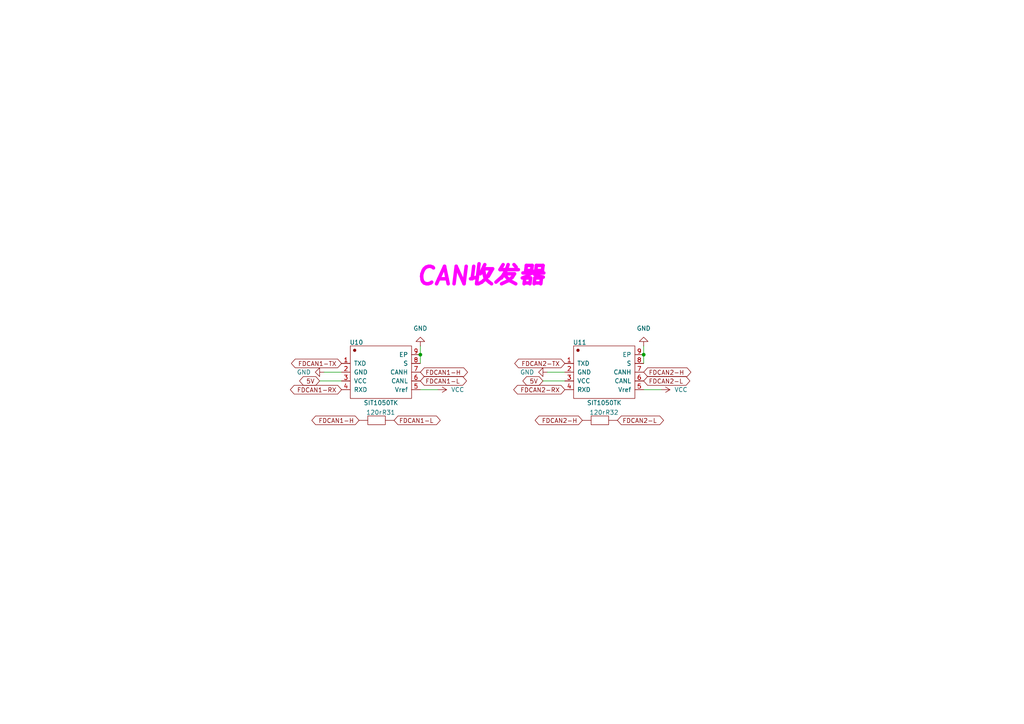
<source format=kicad_sch>
(kicad_sch
	(version 20231120)
	(generator "eeschema")
	(generator_version "8.0")
	(uuid "ffd152d1-6823-4cab-a385-b3341eb94e65")
	(paper "A4")
	(title_block
		(title "CAN")
		(date "2025-01-24")
		(rev "Dennis_Re_Yoonjiho")
	)
	(lib_symbols
		(symbol "Ts_Foc_Vo符号库:RES"
			(pin_numbers hide)
			(pin_names
				(offset 1.016) hide)
			(exclude_from_sim no)
			(in_bom yes)
			(on_board yes)
			(property "Reference" "R"
				(at -2.286 2.032 0)
				(effects
					(font
						(size 1.27 1.27)
					)
				)
			)
			(property "Value" "Value"
				(at 2.286 2.032 0)
				(effects
					(font
						(size 1.27 1.27)
					)
				)
			)
			(property "Footprint" "kicad_lceda:R0402"
				(at 0.254 -2.54 0)
				(effects
					(font
						(size 1.27 1.27)
					)
					(hide yes)
				)
			)
			(property "Datasheet" ""
				(at 0 -6.35 0)
				(effects
					(font
						(size 1.27 1.27)
					)
					(hide yes)
				)
			)
			(property "Description" ""
				(at 0 0 0)
				(effects
					(font
						(size 1.27 1.27)
					)
					(hide yes)
				)
			)
			(property "SuppliersPartNumber" "C5200633"
				(at 0 -11.43 0)
				(effects
					(font
						(size 1.27 1.27)
					)
					(hide yes)
				)
			)
			(property "uuid" "std:0c78b8f437b74d4badbc2695159e48f2"
				(at 0 -11.43 0)
				(effects
					(font
						(size 1.27 1.27)
					)
					(hide yes)
				)
			)
			(symbol "RES_1_1"
				(rectangle
					(start -2.54 1.27)
					(end 2.54 -1.27)
					(stroke
						(width 0.1524)
						(type solid)
					)
					(fill
						(type none)
					)
				)
				(pin input line
					(at -5.08 0 0)
					(length 2.54)
					(name "1"
						(effects
							(font
								(size 1.27 1.27)
							)
						)
					)
					(number "1"
						(effects
							(font
								(size 1.27 1.27)
							)
						)
					)
				)
				(pin input line
					(at 5.08 0 180)
					(length 2.54)
					(name "2"
						(effects
							(font
								(size 1.27 1.27)
							)
						)
					)
					(number "2"
						(effects
							(font
								(size 1.27 1.27)
							)
						)
					)
				)
			)
		)
		(symbol "Ts_Foc_Vo符号库:SIT1050TK"
			(pin_names
				(offset 1.016)
			)
			(exclude_from_sim no)
			(in_bom yes)
			(on_board yes)
			(property "Reference" "U"
				(at -7.874 8.89 0)
				(effects
					(font
						(size 1.27 1.27)
					)
				)
			)
			(property "Value" "SIT1050TK"
				(at 3.556 9.144 0)
				(effects
					(font
						(size 1.27 1.27)
					)
				)
			)
			(property "Footprint" "kicad_lceda:TDFN-8_L3.0-W3.0-P0.65-BL-EP"
				(at 0 5.207 0)
				(effects
					(font
						(size 1.27 1.27)
					)
					(hide yes)
				)
			)
			(property "Datasheet" "http://www.szlcsc.com/product/details_421674.html"
				(at 0 0.127 0)
				(effects
					(font
						(size 1.27 1.27)
					)
					(hide yes)
				)
			)
			(property "Description" ""
				(at 0 0 0)
				(effects
					(font
						(size 1.27 1.27)
					)
					(hide yes)
				)
			)
			(property "SuppliersPartNumber" "C427444"
				(at 0 -4.953 0)
				(effects
					(font
						(size 1.27 1.27)
					)
					(hide yes)
				)
			)
			(property "uuid" "std:ab5c0327ba7a4f30baaa8a5172812b7b"
				(at 0 -4.953 0)
				(effects
					(font
						(size 1.27 1.27)
					)
					(hide yes)
				)
			)
			(symbol "SIT1050TK_1_1"
				(rectangle
					(start -8.89 7.62)
					(end 8.89 -7.62)
					(stroke
						(width 0.1524)
						(type solid)
					)
					(fill
						(type none)
					)
				)
				(circle
					(center -7.62 6.35)
					(radius 0.381)
					(stroke
						(width 0.1524)
						(type solid)
					)
					(fill
						(type outline)
					)
				)
				(pin input line
					(at -11.43 2.54 0)
					(length 2.54)
					(name "TXD"
						(effects
							(font
								(size 1.27 1.27)
							)
						)
					)
					(number "1"
						(effects
							(font
								(size 1.27 1.27)
							)
						)
					)
				)
				(pin input line
					(at -11.43 0 0)
					(length 2.54)
					(name "GND"
						(effects
							(font
								(size 1.27 1.27)
							)
						)
					)
					(number "2"
						(effects
							(font
								(size 1.27 1.27)
							)
						)
					)
				)
				(pin input line
					(at -11.43 -2.54 0)
					(length 2.54)
					(name "VCC"
						(effects
							(font
								(size 1.27 1.27)
							)
						)
					)
					(number "3"
						(effects
							(font
								(size 1.27 1.27)
							)
						)
					)
				)
				(pin input line
					(at -11.43 -5.08 0)
					(length 2.54)
					(name "RXD"
						(effects
							(font
								(size 1.27 1.27)
							)
						)
					)
					(number "4"
						(effects
							(font
								(size 1.27 1.27)
							)
						)
					)
				)
				(pin input line
					(at 11.43 -5.08 180)
					(length 2.54)
					(name "Vref"
						(effects
							(font
								(size 1.27 1.27)
							)
						)
					)
					(number "5"
						(effects
							(font
								(size 1.27 1.27)
							)
						)
					)
				)
				(pin input line
					(at 11.43 -2.54 180)
					(length 2.54)
					(name "CANL"
						(effects
							(font
								(size 1.27 1.27)
							)
						)
					)
					(number "6"
						(effects
							(font
								(size 1.27 1.27)
							)
						)
					)
				)
				(pin input line
					(at 11.43 0 180)
					(length 2.54)
					(name "CANH"
						(effects
							(font
								(size 1.27 1.27)
							)
						)
					)
					(number "7"
						(effects
							(font
								(size 1.27 1.27)
							)
						)
					)
				)
				(pin input line
					(at 11.43 2.54 180)
					(length 2.54)
					(name "S"
						(effects
							(font
								(size 1.27 1.27)
							)
						)
					)
					(number "8"
						(effects
							(font
								(size 1.27 1.27)
							)
						)
					)
				)
				(pin input line
					(at 11.43 5.08 180)
					(length 2.54)
					(name "EP"
						(effects
							(font
								(size 1.27 1.27)
							)
						)
					)
					(number "9"
						(effects
							(font
								(size 1.27 1.27)
							)
						)
					)
				)
			)
		)
		(symbol "power:GND"
			(power)
			(pin_numbers hide)
			(pin_names
				(offset 0) hide)
			(exclude_from_sim no)
			(in_bom yes)
			(on_board yes)
			(property "Reference" "#PWR"
				(at 0 -6.35 0)
				(effects
					(font
						(size 1.27 1.27)
					)
					(hide yes)
				)
			)
			(property "Value" "GND"
				(at 0 -3.81 0)
				(effects
					(font
						(size 1.27 1.27)
					)
				)
			)
			(property "Footprint" ""
				(at 0 0 0)
				(effects
					(font
						(size 1.27 1.27)
					)
					(hide yes)
				)
			)
			(property "Datasheet" ""
				(at 0 0 0)
				(effects
					(font
						(size 1.27 1.27)
					)
					(hide yes)
				)
			)
			(property "Description" "Power symbol creates a global label with name \"GND\" , ground"
				(at 0 0 0)
				(effects
					(font
						(size 1.27 1.27)
					)
					(hide yes)
				)
			)
			(property "ki_keywords" "global power"
				(at 0 0 0)
				(effects
					(font
						(size 1.27 1.27)
					)
					(hide yes)
				)
			)
			(symbol "GND_0_1"
				(polyline
					(pts
						(xy 0 0) (xy 0 -1.27) (xy 1.27 -1.27) (xy 0 -2.54) (xy -1.27 -1.27) (xy 0 -1.27)
					)
					(stroke
						(width 0)
						(type default)
					)
					(fill
						(type none)
					)
				)
			)
			(symbol "GND_1_1"
				(pin power_in line
					(at 0 0 270)
					(length 0)
					(name "~"
						(effects
							(font
								(size 1.27 1.27)
							)
						)
					)
					(number "1"
						(effects
							(font
								(size 1.27 1.27)
							)
						)
					)
				)
			)
		)
		(symbol "power:VCC"
			(power)
			(pin_numbers hide)
			(pin_names
				(offset 0) hide)
			(exclude_from_sim no)
			(in_bom yes)
			(on_board yes)
			(property "Reference" "#PWR"
				(at 0 -3.81 0)
				(effects
					(font
						(size 1.27 1.27)
					)
					(hide yes)
				)
			)
			(property "Value" "VCC"
				(at 0 3.556 0)
				(effects
					(font
						(size 1.27 1.27)
					)
				)
			)
			(property "Footprint" ""
				(at 0 0 0)
				(effects
					(font
						(size 1.27 1.27)
					)
					(hide yes)
				)
			)
			(property "Datasheet" ""
				(at 0 0 0)
				(effects
					(font
						(size 1.27 1.27)
					)
					(hide yes)
				)
			)
			(property "Description" "Power symbol creates a global label with name \"VCC\""
				(at 0 0 0)
				(effects
					(font
						(size 1.27 1.27)
					)
					(hide yes)
				)
			)
			(property "ki_keywords" "global power"
				(at 0 0 0)
				(effects
					(font
						(size 1.27 1.27)
					)
					(hide yes)
				)
			)
			(symbol "VCC_0_1"
				(polyline
					(pts
						(xy -0.762 1.27) (xy 0 2.54)
					)
					(stroke
						(width 0)
						(type default)
					)
					(fill
						(type none)
					)
				)
				(polyline
					(pts
						(xy 0 0) (xy 0 2.54)
					)
					(stroke
						(width 0)
						(type default)
					)
					(fill
						(type none)
					)
				)
				(polyline
					(pts
						(xy 0 2.54) (xy 0.762 1.27)
					)
					(stroke
						(width 0)
						(type default)
					)
					(fill
						(type none)
					)
				)
			)
			(symbol "VCC_1_1"
				(pin power_in line
					(at 0 0 90)
					(length 0)
					(name "~"
						(effects
							(font
								(size 1.27 1.27)
							)
						)
					)
					(number "1"
						(effects
							(font
								(size 1.27 1.27)
							)
						)
					)
				)
			)
		)
	)
	(junction
		(at 121.92 102.87)
		(diameter 0)
		(color 0 0 0 0)
		(uuid "4c3d3472-e6ce-4c32-8b3f-2798ab725af1")
	)
	(junction
		(at 186.69 102.87)
		(diameter 0)
		(color 0 0 0 0)
		(uuid "d97ad760-2662-45dc-8c48-c142a2f50ce9")
	)
	(wire
		(pts
			(xy 121.92 100.33) (xy 121.92 102.87)
		)
		(stroke
			(width 0)
			(type default)
		)
		(uuid "310b0aef-5d6b-4e99-a911-b58504c65e47")
	)
	(wire
		(pts
			(xy 127 113.03) (xy 121.92 113.03)
		)
		(stroke
			(width 0)
			(type default)
		)
		(uuid "3b57c2a7-cb4c-4429-955a-9bae1b811856")
	)
	(wire
		(pts
			(xy 121.92 102.87) (xy 121.92 105.41)
		)
		(stroke
			(width 0)
			(type default)
		)
		(uuid "5851a141-833f-4d92-b7f5-522ee49396b3")
	)
	(wire
		(pts
			(xy 158.75 107.95) (xy 163.83 107.95)
		)
		(stroke
			(width 0)
			(type default)
		)
		(uuid "5f0a12aa-05b9-41ea-9d2e-f6f627d11f38")
	)
	(wire
		(pts
			(xy 93.98 107.95) (xy 99.06 107.95)
		)
		(stroke
			(width 0)
			(type default)
		)
		(uuid "678b662c-ecde-4e18-afa9-43c31c547ef5")
	)
	(wire
		(pts
			(xy 92.71 110.49) (xy 99.06 110.49)
		)
		(stroke
			(width 0)
			(type default)
		)
		(uuid "8da87f02-83cb-4bb6-aae0-74cff8f2f765")
	)
	(wire
		(pts
			(xy 186.69 102.87) (xy 186.69 105.41)
		)
		(stroke
			(width 0)
			(type default)
		)
		(uuid "af2ab69a-3628-454e-9166-63fa93da9530")
	)
	(wire
		(pts
			(xy 157.48 110.49) (xy 163.83 110.49)
		)
		(stroke
			(width 0)
			(type default)
		)
		(uuid "dffa982a-f3f9-43e8-a402-d80f323174a2")
	)
	(wire
		(pts
			(xy 191.77 113.03) (xy 186.69 113.03)
		)
		(stroke
			(width 0)
			(type default)
		)
		(uuid "e5c95a4b-cb30-422f-ace6-081276c71453")
	)
	(wire
		(pts
			(xy 186.69 100.33) (xy 186.69 102.87)
		)
		(stroke
			(width 0)
			(type default)
		)
		(uuid "f6fe50d0-fddd-4df3-ad4b-e859056f7fa4")
	)
	(text "CAN收发器"
		(exclude_from_sim yes)
		(at 139.7 80.264 0)
		(effects
			(font
				(size 5.08 5.08)
				(thickness 1.016)
				(bold yes)
				(italic yes)
				(color 255 2 253 1)
			)
		)
		(uuid "dd5a16f4-a3a7-41a2-bf0c-4e560443edd0")
	)
	(global_label "FDCAN2-L"
		(shape bidirectional)
		(at 179.07 121.92 0)
		(fields_autoplaced yes)
		(effects
			(font
				(size 1.27 1.27)
			)
			(justify left)
		)
		(uuid "03f99592-75c3-455a-bfbf-3ef7082a5b77")
		(property "Intersheetrefs" "${INTERSHEET_REFS}"
			(at 193.0242 121.92 0)
			(effects
				(font
					(size 1.27 1.27)
				)
				(justify left)
				(hide yes)
			)
		)
	)
	(global_label "FDCAN2-RX"
		(shape bidirectional)
		(at 163.83 113.03 180)
		(fields_autoplaced yes)
		(effects
			(font
				(size 1.27 1.27)
			)
			(justify right)
		)
		(uuid "095b9fe1-e9a4-4d02-8562-54baade18e6c")
		(property "Intersheetrefs" "${INTERSHEET_REFS}"
			(at 148.4244 113.03 0)
			(effects
				(font
					(size 1.27 1.27)
				)
				(justify right)
				(hide yes)
			)
		)
	)
	(global_label "FDCAN2-H"
		(shape bidirectional)
		(at 186.69 107.95 0)
		(fields_autoplaced yes)
		(effects
			(font
				(size 1.27 1.27)
			)
			(justify left)
		)
		(uuid "0e27f6aa-e68b-4ad8-be78-2f4a91846d47")
		(property "Intersheetrefs" "${INTERSHEET_REFS}"
			(at 200.9466 107.95 0)
			(effects
				(font
					(size 1.27 1.27)
				)
				(justify left)
				(hide yes)
			)
		)
	)
	(global_label "5V"
		(shape bidirectional)
		(at 92.71 110.49 180)
		(fields_autoplaced yes)
		(effects
			(font
				(size 1.27 1.27)
			)
			(justify right)
		)
		(uuid "1a127dd5-25ff-4b1e-9a7f-20312071a865")
		(property "Intersheetrefs" "${INTERSHEET_REFS}"
			(at 86.3154 110.49 0)
			(effects
				(font
					(size 1.27 1.27)
				)
				(justify right)
				(hide yes)
			)
		)
	)
	(global_label "FDCAN1-H"
		(shape bidirectional)
		(at 121.92 107.95 0)
		(fields_autoplaced yes)
		(effects
			(font
				(size 1.27 1.27)
			)
			(justify left)
		)
		(uuid "22974a06-e1ec-41d2-90fe-e40622e058d6")
		(property "Intersheetrefs" "${INTERSHEET_REFS}"
			(at 136.1766 107.95 0)
			(effects
				(font
					(size 1.27 1.27)
				)
				(justify left)
				(hide yes)
			)
		)
	)
	(global_label "FDCAN2-TX"
		(shape bidirectional)
		(at 163.83 105.41 180)
		(fields_autoplaced yes)
		(effects
			(font
				(size 1.27 1.27)
			)
			(justify right)
		)
		(uuid "35788cae-c7b9-442d-8a8e-8daaa25543e3")
		(property "Intersheetrefs" "${INTERSHEET_REFS}"
			(at 148.7268 105.41 0)
			(effects
				(font
					(size 1.27 1.27)
				)
				(justify right)
				(hide yes)
			)
		)
	)
	(global_label "FDCAN1-L"
		(shape bidirectional)
		(at 114.3 121.92 0)
		(fields_autoplaced yes)
		(effects
			(font
				(size 1.27 1.27)
			)
			(justify left)
		)
		(uuid "4dd66eab-f499-40a1-a7d8-fbe7805f5171")
		(property "Intersheetrefs" "${INTERSHEET_REFS}"
			(at 128.2542 121.92 0)
			(effects
				(font
					(size 1.27 1.27)
				)
				(justify left)
				(hide yes)
			)
		)
	)
	(global_label "FDCAN1-H"
		(shape bidirectional)
		(at 104.14 121.92 180)
		(fields_autoplaced yes)
		(effects
			(font
				(size 1.27 1.27)
			)
			(justify right)
		)
		(uuid "4f1e285d-ff1b-4a3c-9a4c-b12d77867cb0")
		(property "Intersheetrefs" "${INTERSHEET_REFS}"
			(at 89.8834 121.92 0)
			(effects
				(font
					(size 1.27 1.27)
				)
				(justify right)
				(hide yes)
			)
		)
	)
	(global_label "FDCAN1-L"
		(shape bidirectional)
		(at 121.92 110.49 0)
		(fields_autoplaced yes)
		(effects
			(font
				(size 1.27 1.27)
			)
			(justify left)
		)
		(uuid "9b9d538f-8b53-4c98-9c99-e0f4a8aad23f")
		(property "Intersheetrefs" "${INTERSHEET_REFS}"
			(at 135.8742 110.49 0)
			(effects
				(font
					(size 1.27 1.27)
				)
				(justify left)
				(hide yes)
			)
		)
	)
	(global_label "FDCAN1-RX"
		(shape bidirectional)
		(at 99.06 113.03 180)
		(fields_autoplaced yes)
		(effects
			(font
				(size 1.27 1.27)
			)
			(justify right)
		)
		(uuid "a0b9fbb2-918c-4565-b6fd-460ad55a44c6")
		(property "Intersheetrefs" "${INTERSHEET_REFS}"
			(at 83.6544 113.03 0)
			(effects
				(font
					(size 1.27 1.27)
				)
				(justify right)
				(hide yes)
			)
		)
	)
	(global_label "FDCAN2-L"
		(shape bidirectional)
		(at 186.69 110.49 0)
		(fields_autoplaced yes)
		(effects
			(font
				(size 1.27 1.27)
			)
			(justify left)
		)
		(uuid "a2227a17-2f52-43ec-a61f-cea064b3f933")
		(property "Intersheetrefs" "${INTERSHEET_REFS}"
			(at 200.6442 110.49 0)
			(effects
				(font
					(size 1.27 1.27)
				)
				(justify left)
				(hide yes)
			)
		)
	)
	(global_label "FDCAN1-TX"
		(shape bidirectional)
		(at 99.06 105.41 180)
		(fields_autoplaced yes)
		(effects
			(font
				(size 1.27 1.27)
			)
			(justify right)
		)
		(uuid "a322f965-38e5-4f54-82b0-c664d4c72d84")
		(property "Intersheetrefs" "${INTERSHEET_REFS}"
			(at 83.9568 105.41 0)
			(effects
				(font
					(size 1.27 1.27)
				)
				(justify right)
				(hide yes)
			)
		)
	)
	(global_label "5V"
		(shape bidirectional)
		(at 157.48 110.49 180)
		(fields_autoplaced yes)
		(effects
			(font
				(size 1.27 1.27)
			)
			(justify right)
		)
		(uuid "aac31b60-5ce6-465f-8fb1-beab9234d389")
		(property "Intersheetrefs" "${INTERSHEET_REFS}"
			(at 151.0854 110.49 0)
			(effects
				(font
					(size 1.27 1.27)
				)
				(justify right)
				(hide yes)
			)
		)
	)
	(global_label "FDCAN2-H"
		(shape bidirectional)
		(at 168.91 121.92 180)
		(fields_autoplaced yes)
		(effects
			(font
				(size 1.27 1.27)
			)
			(justify right)
		)
		(uuid "b7c8e59f-30df-461b-855c-8c4fdaf879a6")
		(property "Intersheetrefs" "${INTERSHEET_REFS}"
			(at 154.6534 121.92 0)
			(effects
				(font
					(size 1.27 1.27)
				)
				(justify right)
				(hide yes)
			)
		)
	)
	(symbol
		(lib_id "power:GND")
		(at 121.92 100.33 180)
		(unit 1)
		(exclude_from_sim no)
		(in_bom yes)
		(on_board yes)
		(dnp no)
		(fields_autoplaced yes)
		(uuid "05bca576-0a91-497e-8720-9cf222afa488")
		(property "Reference" "#PWR036"
			(at 121.92 93.98 0)
			(effects
				(font
					(size 1.27 1.27)
				)
				(hide yes)
			)
		)
		(property "Value" "GND"
			(at 121.92 95.25 0)
			(effects
				(font
					(size 1.27 1.27)
				)
			)
		)
		(property "Footprint" ""
			(at 121.92 100.33 0)
			(effects
				(font
					(size 1.27 1.27)
				)
				(hide yes)
			)
		)
		(property "Datasheet" ""
			(at 121.92 100.33 0)
			(effects
				(font
					(size 1.27 1.27)
				)
				(hide yes)
			)
		)
		(property "Description" "Power symbol creates a global label with name \"GND\" , ground"
			(at 121.92 100.33 0)
			(effects
				(font
					(size 1.27 1.27)
				)
				(hide yes)
			)
		)
		(pin "1"
			(uuid "c6f4996a-e31d-464f-825b-d070e8d7b322")
		)
		(instances
			(project "Ts_Foc_Vo1_0"
				(path "/0cbcabec-8024-48c7-ab91-86e279a5637e/f3329442-eac4-40be-b987-eebdbe922017/c5b8e687-46ea-46fb-b07b-100ae93976e1"
					(reference "#PWR036")
					(unit 1)
				)
			)
		)
	)
	(symbol
		(lib_id "power:GND")
		(at 158.75 107.95 270)
		(unit 1)
		(exclude_from_sim no)
		(in_bom yes)
		(on_board yes)
		(dnp no)
		(fields_autoplaced yes)
		(uuid "1982a65d-33d2-4c5d-9852-9673861c238f")
		(property "Reference" "#PWR037"
			(at 152.4 107.95 0)
			(effects
				(font
					(size 1.27 1.27)
				)
				(hide yes)
			)
		)
		(property "Value" "GND"
			(at 154.94 107.9499 90)
			(effects
				(font
					(size 1.27 1.27)
				)
				(justify right)
			)
		)
		(property "Footprint" ""
			(at 158.75 107.95 0)
			(effects
				(font
					(size 1.27 1.27)
				)
				(hide yes)
			)
		)
		(property "Datasheet" ""
			(at 158.75 107.95 0)
			(effects
				(font
					(size 1.27 1.27)
				)
				(hide yes)
			)
		)
		(property "Description" "Power symbol creates a global label with name \"GND\" , ground"
			(at 158.75 107.95 0)
			(effects
				(font
					(size 1.27 1.27)
				)
				(hide yes)
			)
		)
		(pin "1"
			(uuid "7917811c-0699-432d-88fd-08c959e16046")
		)
		(instances
			(project "Ts_Foc_Vo1_0"
				(path "/0cbcabec-8024-48c7-ab91-86e279a5637e/f3329442-eac4-40be-b987-eebdbe922017/c5b8e687-46ea-46fb-b07b-100ae93976e1"
					(reference "#PWR037")
					(unit 1)
				)
			)
		)
	)
	(symbol
		(lib_id "power:GND")
		(at 93.98 107.95 270)
		(unit 1)
		(exclude_from_sim no)
		(in_bom yes)
		(on_board yes)
		(dnp no)
		(fields_autoplaced yes)
		(uuid "304f011a-01b7-4b47-8b0f-4644eec2d9fc")
		(property "Reference" "#PWR034"
			(at 87.63 107.95 0)
			(effects
				(font
					(size 1.27 1.27)
				)
				(hide yes)
			)
		)
		(property "Value" "GND"
			(at 90.17 107.9499 90)
			(effects
				(font
					(size 1.27 1.27)
				)
				(justify right)
			)
		)
		(property "Footprint" ""
			(at 93.98 107.95 0)
			(effects
				(font
					(size 1.27 1.27)
				)
				(hide yes)
			)
		)
		(property "Datasheet" ""
			(at 93.98 107.95 0)
			(effects
				(font
					(size 1.27 1.27)
				)
				(hide yes)
			)
		)
		(property "Description" "Power symbol creates a global label with name \"GND\" , ground"
			(at 93.98 107.95 0)
			(effects
				(font
					(size 1.27 1.27)
				)
				(hide yes)
			)
		)
		(pin "1"
			(uuid "30a95391-c7e5-4990-aeb6-14f38bbfcefc")
		)
		(instances
			(project ""
				(path "/0cbcabec-8024-48c7-ab91-86e279a5637e/f3329442-eac4-40be-b987-eebdbe922017/c5b8e687-46ea-46fb-b07b-100ae93976e1"
					(reference "#PWR034")
					(unit 1)
				)
			)
		)
	)
	(symbol
		(lib_id "Ts_Foc_Vo符号库:RES")
		(at 173.99 121.92 180)
		(unit 1)
		(exclude_from_sim no)
		(in_bom yes)
		(on_board yes)
		(dnp no)
		(uuid "325350b5-d87c-4bc4-8443-cbe8c8686b0a")
		(property "Reference" "R32"
			(at 175.514 119.634 0)
			(effects
				(font
					(size 1.27 1.27)
				)
				(justify right)
			)
		)
		(property "Value" "120r"
			(at 170.942 119.634 0)
			(effects
				(font
					(size 1.27 1.27)
				)
				(justify right)
			)
		)
		(property "Footprint" "Ts_Foc_Vo封装库:Res_0402"
			(at 173.736 119.38 0)
			(effects
				(font
					(size 1.27 1.27)
				)
				(hide yes)
			)
		)
		(property "Datasheet" ""
			(at 173.99 115.57 0)
			(effects
				(font
					(size 1.27 1.27)
				)
				(hide yes)
			)
		)
		(property "Description" ""
			(at 173.99 121.92 0)
			(effects
				(font
					(size 1.27 1.27)
				)
				(hide yes)
			)
		)
		(property "SuppliersPartNumber" "C5200633"
			(at 173.99 110.49 0)
			(effects
				(font
					(size 1.27 1.27)
				)
				(hide yes)
			)
		)
		(property "uuid" "std:0c78b8f437b74d4badbc2695159e48f2"
			(at 173.99 110.49 0)
			(effects
				(font
					(size 1.27 1.27)
				)
				(hide yes)
			)
		)
		(pin "1"
			(uuid "30ee9f87-d2a1-4c90-afe3-7b3efa8f2ad4")
		)
		(pin "2"
			(uuid "68c943fd-6802-4a64-bc51-4eecbd8dfd0e")
		)
		(instances
			(project "Ts_Foc_Vo1_0"
				(path "/0cbcabec-8024-48c7-ab91-86e279a5637e/f3329442-eac4-40be-b987-eebdbe922017/c5b8e687-46ea-46fb-b07b-100ae93976e1"
					(reference "R32")
					(unit 1)
				)
			)
		)
	)
	(symbol
		(lib_id "Ts_Foc_Vo符号库:SIT1050TK")
		(at 110.49 107.95 0)
		(unit 1)
		(exclude_from_sim no)
		(in_bom yes)
		(on_board yes)
		(dnp no)
		(uuid "32da75d4-819b-48db-952d-64e674a0d854")
		(property "Reference" "U10"
			(at 103.378 99.314 0)
			(effects
				(font
					(size 1.27 1.27)
				)
			)
		)
		(property "Value" "SIT1050TK"
			(at 110.49 116.84 0)
			(effects
				(font
					(size 1.27 1.27)
				)
			)
		)
		(property "Footprint" "Ts_Foc_Vo封装库:SIT1050TK_TDFN-8"
			(at 110.49 102.743 0)
			(effects
				(font
					(size 1.27 1.27)
				)
				(hide yes)
			)
		)
		(property "Datasheet" "http://www.szlcsc.com/product/details_421674.html"
			(at 110.49 107.823 0)
			(effects
				(font
					(size 1.27 1.27)
				)
				(hide yes)
			)
		)
		(property "Description" ""
			(at 110.49 107.95 0)
			(effects
				(font
					(size 1.27 1.27)
				)
				(hide yes)
			)
		)
		(property "SuppliersPartNumber" "C427444"
			(at 110.49 112.903 0)
			(effects
				(font
					(size 1.27 1.27)
				)
				(hide yes)
			)
		)
		(property "uuid" "std:ab5c0327ba7a4f30baaa8a5172812b7b"
			(at 110.49 112.903 0)
			(effects
				(font
					(size 1.27 1.27)
				)
				(hide yes)
			)
		)
		(pin "8"
			(uuid "9f02ca3d-4eb3-495b-946a-93747a671919")
		)
		(pin "9"
			(uuid "7f9eac58-c0c5-49aa-8e1d-b1c2be464832")
		)
		(pin "6"
			(uuid "cfe02e29-b3b7-4947-a671-833568123f6a")
		)
		(pin "3"
			(uuid "0ba91ce7-a4a6-40b2-ae9a-9df63d1b9662")
		)
		(pin "5"
			(uuid "a231756c-982e-4338-b6f3-166531ddd859")
		)
		(pin "2"
			(uuid "050a5dc4-49c7-476c-96f5-956fed02c4aa")
		)
		(pin "7"
			(uuid "dd322265-a56e-4fdf-9911-b1adf15d6771")
		)
		(pin "4"
			(uuid "0c29b006-6989-4c4a-ad9a-9aab463d0285")
		)
		(pin "1"
			(uuid "7cb1114f-f3b5-4484-8f1c-42db69586df9")
		)
		(instances
			(project ""
				(path "/0cbcabec-8024-48c7-ab91-86e279a5637e/f3329442-eac4-40be-b987-eebdbe922017/c5b8e687-46ea-46fb-b07b-100ae93976e1"
					(reference "U10")
					(unit 1)
				)
			)
		)
	)
	(symbol
		(lib_id "power:VCC")
		(at 127 113.03 270)
		(unit 1)
		(exclude_from_sim no)
		(in_bom yes)
		(on_board yes)
		(dnp no)
		(fields_autoplaced yes)
		(uuid "3750162e-0cc0-4b9c-ba06-bdbff0a06f18")
		(property "Reference" "#PWR035"
			(at 123.19 113.03 0)
			(effects
				(font
					(size 1.27 1.27)
				)
				(hide yes)
			)
		)
		(property "Value" "VCC"
			(at 130.81 113.0299 90)
			(effects
				(font
					(size 1.27 1.27)
				)
				(justify left)
			)
		)
		(property "Footprint" ""
			(at 127 113.03 0)
			(effects
				(font
					(size 1.27 1.27)
				)
				(hide yes)
			)
		)
		(property "Datasheet" ""
			(at 127 113.03 0)
			(effects
				(font
					(size 1.27 1.27)
				)
				(hide yes)
			)
		)
		(property "Description" "Power symbol creates a global label with name \"VCC\""
			(at 127 113.03 0)
			(effects
				(font
					(size 1.27 1.27)
				)
				(hide yes)
			)
		)
		(pin "1"
			(uuid "670c1520-225a-43ff-b378-c77f59152cce")
		)
		(instances
			(project ""
				(path "/0cbcabec-8024-48c7-ab91-86e279a5637e/f3329442-eac4-40be-b987-eebdbe922017/c5b8e687-46ea-46fb-b07b-100ae93976e1"
					(reference "#PWR035")
					(unit 1)
				)
			)
		)
	)
	(symbol
		(lib_id "power:VCC")
		(at 191.77 113.03 270)
		(unit 1)
		(exclude_from_sim no)
		(in_bom yes)
		(on_board yes)
		(dnp no)
		(fields_autoplaced yes)
		(uuid "5deaf313-1da3-4c57-82c4-4ee97f633323")
		(property "Reference" "#PWR039"
			(at 187.96 113.03 0)
			(effects
				(font
					(size 1.27 1.27)
				)
				(hide yes)
			)
		)
		(property "Value" "VCC"
			(at 195.58 113.0299 90)
			(effects
				(font
					(size 1.27 1.27)
				)
				(justify left)
			)
		)
		(property "Footprint" ""
			(at 191.77 113.03 0)
			(effects
				(font
					(size 1.27 1.27)
				)
				(hide yes)
			)
		)
		(property "Datasheet" ""
			(at 191.77 113.03 0)
			(effects
				(font
					(size 1.27 1.27)
				)
				(hide yes)
			)
		)
		(property "Description" "Power symbol creates a global label with name \"VCC\""
			(at 191.77 113.03 0)
			(effects
				(font
					(size 1.27 1.27)
				)
				(hide yes)
			)
		)
		(pin "1"
			(uuid "9fd8e8aa-0b0e-4413-9c25-bccf4db02137")
		)
		(instances
			(project "Ts_Foc_Vo1_0"
				(path "/0cbcabec-8024-48c7-ab91-86e279a5637e/f3329442-eac4-40be-b987-eebdbe922017/c5b8e687-46ea-46fb-b07b-100ae93976e1"
					(reference "#PWR039")
					(unit 1)
				)
			)
		)
	)
	(symbol
		(lib_id "power:GND")
		(at 186.69 100.33 180)
		(unit 1)
		(exclude_from_sim no)
		(in_bom yes)
		(on_board yes)
		(dnp no)
		(fields_autoplaced yes)
		(uuid "a1840512-9273-404c-b653-1785ecfa09fc")
		(property "Reference" "#PWR038"
			(at 186.69 93.98 0)
			(effects
				(font
					(size 1.27 1.27)
				)
				(hide yes)
			)
		)
		(property "Value" "GND"
			(at 186.69 95.25 0)
			(effects
				(font
					(size 1.27 1.27)
				)
			)
		)
		(property "Footprint" ""
			(at 186.69 100.33 0)
			(effects
				(font
					(size 1.27 1.27)
				)
				(hide yes)
			)
		)
		(property "Datasheet" ""
			(at 186.69 100.33 0)
			(effects
				(font
					(size 1.27 1.27)
				)
				(hide yes)
			)
		)
		(property "Description" "Power symbol creates a global label with name \"GND\" , ground"
			(at 186.69 100.33 0)
			(effects
				(font
					(size 1.27 1.27)
				)
				(hide yes)
			)
		)
		(pin "1"
			(uuid "1b3f0eb4-40d6-4ae6-9778-720e4d4a7409")
		)
		(instances
			(project "Ts_Foc_Vo1_0"
				(path "/0cbcabec-8024-48c7-ab91-86e279a5637e/f3329442-eac4-40be-b987-eebdbe922017/c5b8e687-46ea-46fb-b07b-100ae93976e1"
					(reference "#PWR038")
					(unit 1)
				)
			)
		)
	)
	(symbol
		(lib_id "Ts_Foc_Vo符号库:SIT1050TK")
		(at 175.26 107.95 0)
		(unit 1)
		(exclude_from_sim no)
		(in_bom yes)
		(on_board yes)
		(dnp no)
		(uuid "b1f6c27c-214c-476a-bbaf-2e0b4486dc07")
		(property "Reference" "U11"
			(at 168.148 99.314 0)
			(effects
				(font
					(size 1.27 1.27)
				)
			)
		)
		(property "Value" "SIT1050TK"
			(at 175.26 116.84 0)
			(effects
				(font
					(size 1.27 1.27)
				)
			)
		)
		(property "Footprint" "Ts_Foc_Vo封装库:SIT1050TK_TDFN-8"
			(at 175.26 102.743 0)
			(effects
				(font
					(size 1.27 1.27)
				)
				(hide yes)
			)
		)
		(property "Datasheet" "http://www.szlcsc.com/product/details_421674.html"
			(at 175.26 107.823 0)
			(effects
				(font
					(size 1.27 1.27)
				)
				(hide yes)
			)
		)
		(property "Description" ""
			(at 175.26 107.95 0)
			(effects
				(font
					(size 1.27 1.27)
				)
				(hide yes)
			)
		)
		(property "SuppliersPartNumber" "C427444"
			(at 175.26 112.903 0)
			(effects
				(font
					(size 1.27 1.27)
				)
				(hide yes)
			)
		)
		(property "uuid" "std:ab5c0327ba7a4f30baaa8a5172812b7b"
			(at 175.26 112.903 0)
			(effects
				(font
					(size 1.27 1.27)
				)
				(hide yes)
			)
		)
		(pin "8"
			(uuid "b811f623-cfbc-4983-9c78-5b517ace5d6c")
		)
		(pin "9"
			(uuid "6f1ec9fa-721f-45ec-ab0e-586a512a3495")
		)
		(pin "6"
			(uuid "81c6e3b0-3726-42c6-8400-1b0ef9b3373e")
		)
		(pin "3"
			(uuid "12fd6bc8-1496-4887-9f4d-b13a558580dc")
		)
		(pin "5"
			(uuid "a8a6e871-d43e-40c5-8c72-ff7c99b7207e")
		)
		(pin "2"
			(uuid "a2853176-72e5-4999-9cd5-4689decb9d79")
		)
		(pin "7"
			(uuid "7b923517-2ae2-47ec-b054-b8fb99308dcd")
		)
		(pin "4"
			(uuid "d78c8fcf-bb6e-4034-8360-493cdc3ba1f0")
		)
		(pin "1"
			(uuid "d2e33207-eb65-4290-930a-24d4cb2d3e09")
		)
		(instances
			(project "Ts_Foc_Vo1_0"
				(path "/0cbcabec-8024-48c7-ab91-86e279a5637e/f3329442-eac4-40be-b987-eebdbe922017/c5b8e687-46ea-46fb-b07b-100ae93976e1"
					(reference "U11")
					(unit 1)
				)
			)
		)
	)
	(symbol
		(lib_id "Ts_Foc_Vo符号库:RES")
		(at 109.22 121.92 180)
		(unit 1)
		(exclude_from_sim no)
		(in_bom yes)
		(on_board yes)
		(dnp no)
		(uuid "bc20b96b-3dcc-47ed-81a1-a4c6d06e2208")
		(property "Reference" "R31"
			(at 110.744 119.634 0)
			(effects
				(font
					(size 1.27 1.27)
				)
				(justify right)
			)
		)
		(property "Value" "120r"
			(at 106.172 119.634 0)
			(effects
				(font
					(size 1.27 1.27)
				)
				(justify right)
			)
		)
		(property "Footprint" "Ts_Foc_Vo封装库:Res_0402"
			(at 108.966 119.38 0)
			(effects
				(font
					(size 1.27 1.27)
				)
				(hide yes)
			)
		)
		(property "Datasheet" ""
			(at 109.22 115.57 0)
			(effects
				(font
					(size 1.27 1.27)
				)
				(hide yes)
			)
		)
		(property "Description" ""
			(at 109.22 121.92 0)
			(effects
				(font
					(size 1.27 1.27)
				)
				(hide yes)
			)
		)
		(property "SuppliersPartNumber" "C5200633"
			(at 109.22 110.49 0)
			(effects
				(font
					(size 1.27 1.27)
				)
				(hide yes)
			)
		)
		(property "uuid" "std:0c78b8f437b74d4badbc2695159e48f2"
			(at 109.22 110.49 0)
			(effects
				(font
					(size 1.27 1.27)
				)
				(hide yes)
			)
		)
		(pin "1"
			(uuid "741c9932-2f28-4942-93fc-3534f5e55611")
		)
		(pin "2"
			(uuid "7eeba795-9028-498a-95f2-6ec4081276a6")
		)
		(instances
			(project ""
				(path "/0cbcabec-8024-48c7-ab91-86e279a5637e/f3329442-eac4-40be-b987-eebdbe922017/c5b8e687-46ea-46fb-b07b-100ae93976e1"
					(reference "R31")
					(unit 1)
				)
			)
		)
	)
)

</source>
